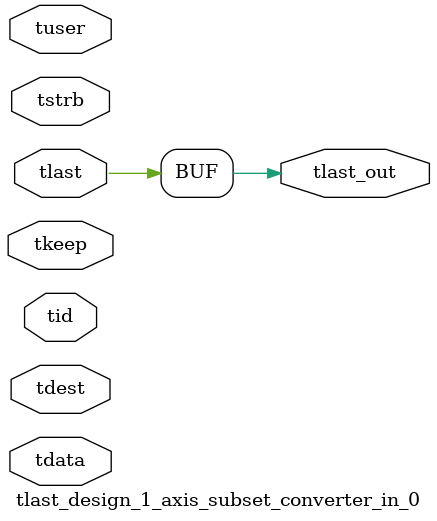
<source format=v>


`timescale 1ps/1ps

module tlast_design_1_axis_subset_converter_in_0 #
(
parameter C_S_AXIS_TID_WIDTH   = 1,
parameter C_S_AXIS_TUSER_WIDTH = 0,
parameter C_S_AXIS_TDATA_WIDTH = 0,
parameter C_S_AXIS_TDEST_WIDTH = 0
)
(
input  [(C_S_AXIS_TID_WIDTH   == 0 ? 1 : C_S_AXIS_TID_WIDTH)-1:0       ] tid,
input  [(C_S_AXIS_TDATA_WIDTH == 0 ? 1 : C_S_AXIS_TDATA_WIDTH)-1:0     ] tdata,
input  [(C_S_AXIS_TUSER_WIDTH == 0 ? 1 : C_S_AXIS_TUSER_WIDTH)-1:0     ] tuser,
input  [(C_S_AXIS_TDEST_WIDTH == 0 ? 1 : C_S_AXIS_TDEST_WIDTH)-1:0     ] tdest,
input  [(C_S_AXIS_TDATA_WIDTH/8)-1:0 ] tkeep,
input  [(C_S_AXIS_TDATA_WIDTH/8)-1:0 ] tstrb,
input  [0:0]                                                             tlast,
output                                                                   tlast_out
);

assign tlast_out = {tlast};

endmodule


</source>
